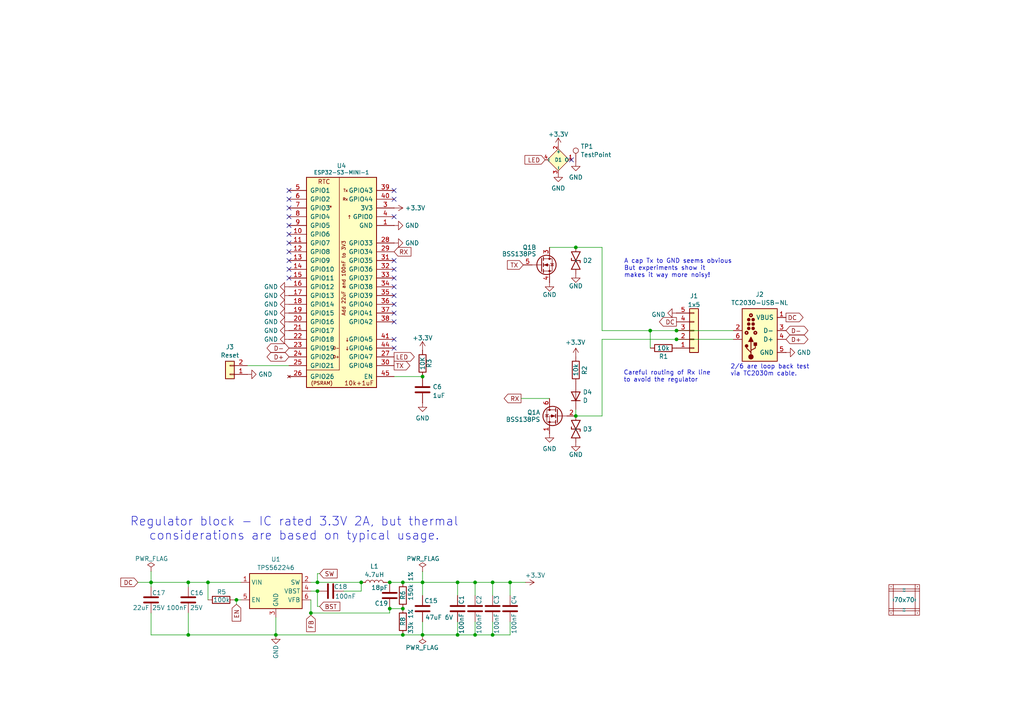
<source format=kicad_sch>
(kicad_sch (version 20250114) (generator "eeschema") (generator_version "9.0")
  (paper "A4")
  (title_block (title "Daikin ESP32-PICO-MINI module") (rev "1") (comment 1 "@TheRealRevK") (comment 2 "www.me.uk"))
  (lib_symbols
    (symbol "Connector:TestPoint" (pin_numbers (hide yes)) (pin_names (offset 0.762) (hide yes))
      (property "Reference" "TP" (at 0 6.858 0))
      (property "Value" "TestPoint" (at 0 5.08 0))
      (symbol "TestPoint_0_1"
        (circle (center 0 3.302) (radius 0.762))
      )
      (symbol "TestPoint_1_1"
        (pin passive line (at 0 0 90) (length 2.54) (name "1") (number "1"))
      )
    )
    (symbol "Connector_Generic:Conn_01x02" (pin_names (offset 1.016) (hide yes))
      (property "Reference" "J" (at 0 2.54 0))
      (property "Value" "Conn_01x02" (at 0 -5.08 0))
      (symbol "Conn_01x02_1_1"
        (rectangle (start -1.27 1.27) (end 1.27 -3.81) (stroke (width 0.254)) (fill (type background)))
        (rectangle (start -1.27 0.127) (end 0 -0.127) (stroke (width 0.1524)))
        (rectangle (start -1.27 -2.413) (end 0 -2.667) (stroke (width 0.1524)))
        (pin passive line (at -5.08 0 0) (length 3.81) (name "Pin_1") (number "1"))
        (pin passive line (at -5.08 -2.54 0) (length 3.81) (name "Pin_2") (number "2"))
      )
    )
    (symbol "Connector_Generic:Conn_01x05" (pin_names (offset 1.016) (hide yes))
      (property "Reference" "J" (at 0 7.62 0))
      (property "Value" "Conn_01x05" (at 0 -7.62 0))
      (symbol "Conn_01x05_1_1"
        (rectangle (start -1.27 6.35) (end 1.27 -6.35) (stroke (width 0.254)) (fill (type background)))
        (rectangle (start -1.27 5.207) (end 0 4.953) (stroke (width 0.1524)))
        (rectangle (start -1.27 2.667) (end 0 2.413) (stroke (width 0.1524)))
        (rectangle (start -1.27 0.127) (end 0 -0.127) (stroke (width 0.1524)))
        (rectangle (start -1.27 -2.413) (end 0 -2.667) (stroke (width 0.1524)))
        (rectangle (start -1.27 -4.953) (end 0 -5.207) (stroke (width 0.1524)))
        (pin passive line (at -5.08 5.08 0) (length 3.81) (name "Pin_1") (number "1"))
        (pin passive line (at -5.08 2.54 0) (length 3.81) (name "Pin_2") (number "2"))
        (pin passive line (at -5.08 0 0) (length 3.81) (name "Pin_3") (number "3"))
        (pin passive line (at -5.08 -2.54 0) (length 3.81) (name "Pin_4") (number "4"))
        (pin passive line (at -5.08 -5.08 0) (length 3.81) (name "Pin_5") (number "5"))
      )
    )
    (symbol "Device:C" (pin_numbers (hide yes)) (pin_names (offset 0.254))
      (property "Reference" "C" (at 0.635 2.54 0))
      (property "Value" "C" (at 0.635 -2.54 0))
      (symbol "C_0_1"
        (polyline (pts (xy -2.032 0.762) (xy 2.032 0.762)) (stroke (width 0.508)))
        (polyline (pts (xy -2.032 -0.762) (xy 2.032 -0.762)) (stroke (width 0.508)))
      )
      (symbol "C_1_1"
        (pin passive line (at 0 3.81 270) (length 2.794) (name "~") (number "1"))
        (pin passive line (at 0 -3.81 90) (length 2.794) (name "~") (number "2"))
      )
    )
    (symbol "Device:D" (pin_numbers (hide yes)) (pin_names (offset 1.016) (hide yes))
      (property "Reference" "D" (at 0 2.54 0))
      (property "Value" "D" (at 0 -2.54 0))
      (symbol "D_0_1"
        (polyline (pts (xy -1.27 1.27) (xy -1.27 -1.27)) (stroke (width 0.254)))
        (polyline (pts (xy 1.27 1.27) (xy 1.27 -1.27) (xy -1.27 0) (xy 1.27 1.27)) (stroke (width 0.254)))
        (polyline (pts (xy 1.27 0) (xy -1.27 0)))
      )
      (symbol "D_1_1"
        (pin passive line (at -3.81 0 0) (length 2.54) (name "K") (number "1"))
        (pin passive line (at 3.81 0 180) (length 2.54) (name "A") (number "2"))
      )
    )
    (symbol "Device:L" (pin_numbers (hide yes)) (pin_names (offset 1.016) (hide yes))
      (property "Reference" "L" (at -1.27 0 90))
      (property "Value" "L" (at 1.905 0 90))
      (symbol "L_0_1"
        (arc (start 0 2.54) (mid 0.6323 1.905) (end 0 1.27))
        (arc (start 0 1.27) (mid 0.6323 0.635) (end 0 0))
        (arc (start 0 0) (mid 0.6323 -0.635) (end 0 -1.27))
        (arc (start 0 -1.27) (mid 0.6323 -1.905) (end 0 -2.54))
      )
      (symbol "L_1_1"
        (pin passive line (at 0 3.81 270) (length 1.27) (name "1") (number "1"))
        (pin passive line (at 0 -3.81 90) (length 1.27) (name "2") (number "2"))
      )
    )
    (symbol "Device:R" (pin_numbers (hide yes)) (pin_names (offset 0))
      (property "Reference" "R" (at 2.032 0 90))
      (property "Value" "R" (at 0 0 90))
      (symbol "R_0_1"
        (rectangle (start -1.016 -2.54) (end 1.016 2.54) (stroke (width 0.254)))
      )
      (symbol "R_1_1"
        (pin passive line (at 0 3.81 270) (length 1.27) (name "~") (number "1"))
        (pin passive line (at 0 -3.81 90) (length 1.27) (name "~") (number "2"))
      )
    )
    (symbol "RevK:BSS138PS" (pin_names (hide yes))
      (property "Reference" "Q" (at 5.08 2.54 0))
      (property "Value" "BSS138PS" (at 5.08 0 0))
      (symbol "BSS138PS_1_1"
        (polyline (pts (xy 0.254 0) (xy -2.54 0)))
        (polyline (pts (xy 0.254 -1.905) (xy 0.254 1.905)) (stroke (width 0.254)))
        (polyline (pts (xy 0.762 1.778) (xy 3.302 1.778) (xy 3.302 -1.778) (xy 0.762 -1.778)))
        (polyline (pts (xy 0.762 1.27) (xy 0.762 2.286)) (stroke (width 0.254)))
        (polyline (pts (xy 0.762 -0.508) (xy 0.762 0.508)) (stroke (width 0.254)))
        (polyline (pts (xy 0.762 -2.286) (xy 0.762 -1.27)) (stroke (width 0.254)))
        (polyline (pts (xy 1.016 0) (xy 2.032 -0.381) (xy 2.032 0.381) (xy 1.016 0)) (fill (type outline)))
        (circle (center 1.651 0) (radius 2.794) (stroke (width 0.254)))
        (polyline (pts (xy 2.54 1.905) (xy 2.54 2.54)))
        (circle (center 2.54 1.778) (radius 0.254) (fill (type outline)))
        (circle (center 2.54 -1.778) (radius 0.254) (fill (type outline)))
        (polyline (pts (xy 2.54 -2.54) (xy 2.54 0) (xy 0.762 0)))
        (polyline (pts (xy 2.794 0.508) (xy 2.921 0.381) (xy 3.683 0.381) (xy 3.81 0.254)))
        (polyline (pts (xy 3.302 0.381) (xy 2.921 -0.254) (xy 3.683 -0.254) (xy 3.302 0.381)))
        (pin input line (at -5.08 0 0) (length 2.54) (name "GN") (number "2"))
        (pin passive line (at 2.54 5.08 270) (length 2.54) (name "DN") (number "6"))
        (pin passive line (at 2.54 -5.08 90) (length 2.54) (name "SN") (number "1"))
      )
      (symbol "BSS138PS_2_1"
        (polyline (pts (xy 0.254 0) (xy -2.54 0)))
        (polyline (pts (xy 0.254 -1.905) (xy 0.254 1.905)) (stroke (width 0.254)))
        (polyline (pts (xy 0.762 1.778) (xy 3.302 1.778) (xy 3.302 -1.778) (xy 0.762 -1.778)))
        (polyline (pts (xy 0.762 1.27) (xy 0.762 2.286)) (stroke (width 0.254)))
        (polyline (pts (xy 0.762 -0.508) (xy 0.762 0.508)) (stroke (width 0.254)))
        (polyline (pts (xy 0.762 -2.286) (xy 0.762 -1.27)) (stroke (width 0.254)))
        (polyline (pts (xy 1.016 0) (xy 2.032 -0.381) (xy 2.032 0.381) (xy 1.016 0)) (fill (type outline)))
        (circle (center 1.651 0) (radius 2.794) (stroke (width 0.254)))
        (polyline (pts (xy 2.54 1.905) (xy 2.54 2.54)))
        (circle (center 2.54 1.778) (radius 0.254) (fill (type outline)))
        (circle (center 2.54 -1.778) (radius 0.254) (fill (type outline)))
        (polyline (pts (xy 2.54 -2.54) (xy 2.54 0) (xy 0.762 0)))
        (polyline (pts (xy 2.794 0.508) (xy 2.921 0.381) (xy 3.683 0.381) (xy 3.81 0.254)))
        (polyline (pts (xy 3.302 0.381) (xy 2.921 -0.254) (xy 3.683 -0.254) (xy 3.302 0.381)))
        (pin input line (at -5.08 0 0) (length 2.54) (name "GP") (number "5"))
        (pin passive line (at 2.54 5.08 270) (length 2.54) (name "SP") (number "3"))
        (pin passive line (at 2.54 -5.08 90) (length 2.54) (name "DP") (number "4"))
      )
    )
    (symbol "RevK:ES05D1MC10" (pin_numbers (hide yes))
      (property "Reference" "D" (at 0 2.54 0))
      (symbol "ES05D1MC10_0_1"
        (polyline (pts (xy -2.54 1.27) (xy -2.54 -1.27) (xy 0 0) (xy -2.54 1.27)) (stroke (width 0.254)))
        (polyline (pts (xy 2.54 -1.27) (xy 2.54 1.27) (xy 0 0) (xy 2.54 -1.27)) (stroke (width 0.254)))
      )
      (symbol "ES05D1MC10_1_1"
        (polyline (pts (xy 0.635 1.27) (xy 0 1.27) (xy 0 -1.27) (xy -0.635 -1.27)) (stroke (width 0.254)))
        (pin passive line (at -3.81 0 0) (length 1.27) (name "~") (number "2"))
        (pin passive line (at 3.81 0 180) (length 1.27) (name "~") (number "1"))
      )
    )
    (symbol "RevK:ESP32-S3-MINI-1-N4R2" (pin_names (offset 1.016))
      (property "Reference" "U" (at 9.525 28.575 0))
      (property "Value" "ESP32-S3-MINI-1-N4R2" (at 0 31.115 0))
      (symbol "ESP32-S3-MINI-1-N4R2_0_0"
        (rectangle (start -10.16 30.48) (end 10.16 -30.48) (stroke (width 0.254)) (fill (type background)))
      )
      (symbol "ESP32-S3-MINI-1-N4R2_1_1"
        (polyline (pts (xy -10.16 -25.4) (xy -0.635 -25.4)))
        (polyline (pts (xy -0.635 30.48) (xy -0.635 -25.4)))
        (text "(PSRAM)" (at -5.715 -29.21 0) (effects (font (size 1 1))))
        (text "RTC" (at -5.08 29.21 0) (effects (font (size 1.27 1.27))))
        (text "*" (at -3.175 21.59 0) (effects (font (size 1.27 1.27))))
        (text "D-" (at -2.54 -19.05 0) (effects (font (size 0.8 0.8)) (justify left)))
        (text "D+" (at -2.54 -21.59 0) (effects (font (size 0.8 0.8)) (justify left)))
        (text "Add 22uF and 100nF to 3V3" (at 0.635 1.27 900) (effects (font (size 1 1))))
        (text "Tx" (at 1.905 26.67 0) (effects (font (size 0.8 0.8)) (justify right)))
        (text "Rx" (at 1.905 24.13 0) (effects (font (size 0.8 0.8)) (justify right)))
        (text "↓" (at 2.54 -16.51 0) (effects (font (size 1.27 1.27)) (justify right)))
        (text "↓" (at 2.54 -19.05 0) (effects (font (size 1.27 1.27)) (justify right)))
        (text "↑" (at 3.175 19.05 0) (effects (font (size 1.27 1.27)) (justify right)))
        (text "10k+1uF" (at 5.08 -29.21 0) (effects (font (size 1.27 1.27))))
        (pin passive line (at -15.24 26.67 0) (length 5.08) (name "GPIO1") (number "5"))
        (pin passive line (at -15.24 24.13 0) (length 5.08) (name "GPIO2") (number "6"))
        (pin passive line (at -15.24 21.59 0) (length 5.08) (name "GPIO3") (number "7"))
        (pin passive line (at -15.24 19.05 0) (length 5.08) (name "GPIO4") (number "8"))
        (pin passive line (at -15.24 16.51 0) (length 5.08) (name "GPIO5") (number "9"))
        (pin passive line (at -15.24 13.97 0) (length 5.08) (name "GPIO6") (number "10"))
        (pin passive line (at -15.24 11.43 0) (length 5.08) (name "GPIO7") (number "11"))
        (pin passive line (at -15.24 8.89 0) (length 5.08) (name "GPIO8") (number "12"))
        (pin passive line (at -15.24 6.35 0) (length 5.08) (name "GPIO9") (number "13"))
        (pin passive line (at -15.24 3.81 0) (length 5.08) (name "GPIO10") (number "14"))
        (pin passive line (at -15.24 1.27 0) (length 5.08) (name "GPIO11") (number "15"))
        (pin passive line (at -15.24 -1.27 0) (length 5.08) (name "GPIO12") (number "16"))
        (pin passive line (at -15.24 -3.81 0) (length 5.08) (name "GPIO13") (number "17"))
        (pin passive line (at -15.24 -6.35 0) (length 5.08) (name "GPIO14") (number "18"))
        (pin passive line (at -15.24 -8.89 0) (length 5.08) (name "GPIO15") (number "19"))
        (pin passive line (at -15.24 -11.43 0) (length 5.08) (name "GPIO16") (number "20"))
        (pin passive line (at -15.24 -13.97 0) (length 5.08) (name "GPIO17") (number "21"))
        (pin passive line (at -15.24 -16.51 0) (length 5.08) (name "GPIO18") (number "22"))
        (pin passive line (at -15.24 -19.05 0) (length 5.08) (name "GPIO19") (number "23"))
        (pin passive line (at -15.24 -21.59 0) (length 5.08) (name "GPIO20") (number "24"))
        (pin passive line (at -15.24 -24.13 0) (length 5.08) (name "GPIO21") (number "25"))
        (pin no_connect line (at -15.24 -27.305 0) (length 5.08) (name "GPIO26") (number "26"))
        (pin passive line (at 15.24 26.67 180) (length 5.08) (name "GPIO43") (number "39"))
        (pin passive line (at 15.24 24.13 180) (length 5.08) (name "GPIO44") (number "40"))
        (pin power_in line (at 15.24 21.59 180) (length 5.08) (name "3V3") (number "3"))
        (pin passive line (at 15.24 19.05 180) (length 5.08) (name "GPIO0") (number "4"))
        (pin power_in line (at 15.24 16.51 180) (length 5.08) (name "GND") (number "1"))
        (pin power_in line (at 15.24 16.51 180) (length 5.08) (hide yes) (name "GND") (number "2"))
        (pin power_in line (at 15.24 16.51 180) (length 5.08) (hide yes) (name "GND") (number "42"))
        (pin power_in line (at 15.24 16.51 180) (length 5.08) (hide yes) (name "GND") (number "43"))
        (pin power_in line (at 15.24 16.51 180) (length 5.08) (hide yes) (name "GND") (number "46"))
        (pin power_in line (at 15.24 16.51 180) (length 5.08) (hide yes) (name "GND") (number "47"))
        (pin power_in line (at 15.24 16.51 180) (length 5.08) (hide yes) (name "GND") (number "48"))
        (pin power_in line (at 15.24 16.51 180) (length 5.08) (hide yes) (name "GND") (number "49"))
        (pin power_in line (at 15.24 16.51 180) (length 5.08) (hide yes) (name "GND") (number "50"))
        (pin power_in line (at 15.24 16.51 180) (length 5.08) (hide yes) (name "GND") (number "51"))
        (pin power_in line (at 15.24 16.51 180) (length 5.08) (hide yes) (name "GND") (number "52"))
        (pin power_in line (at 15.24 16.51 180) (length 5.08) (hide yes) (name "GND") (number "53"))
        (pin power_in line (at 15.24 16.51 180) (length 5.08) (hide yes) (name "GND") (number "54"))
        (pin power_in line (at 15.24 16.51 180) (length 5.08) (hide yes) (name "GND") (number "55"))
        (pin power_in line (at 15.24 16.51 180) (length 5.08) (hide yes) (name "GND") (number "56"))
        (pin power_in line (at 15.24 16.51 180) (length 5.08) (hide yes) (name "GND") (number "57"))
        (pin power_in line (at 15.24 16.51 180) (length 5.08) (hide yes) (name "GND") (number "58"))
        (pin power_in line (at 15.24 16.51 180) (length 5.08) (hide yes) (name "GND") (number "59"))
        (pin power_in line (at 15.24 16.51 180) (length 5.08) (hide yes) (name "GND") (number "60"))
        (pin power_in line (at 15.24 16.51 180) (length 5.08) (hide yes) (name "GND") (number "61"))
        (pin power_in line (at 15.24 16.51 180) (length 5.08) (hide yes) (name "GND") (number "62"))
        (pin power_in line (at 15.24 16.51 180) (length 5.08) (hide yes) (name "GND") (number "63"))
        (pin power_in line (at 15.24 16.51 180) (length 5.08) (hide yes) (name "GND") (number "64"))
        (pin power_in line (at 15.24 16.51 180) (length 5.08) (hide yes) (name "GND") (number "65"))
        (pin passive line (at 15.24 11.43 180) (length 5.08) (name "GPIO33") (number "28"))
        (pin passive line (at 15.24 8.89 180) (length 5.08) (name "GPIO34") (number "29"))
        (pin passive line (at 15.24 6.35 180) (length 5.08) (name "GPIO35") (number "31"))
        (pin passive line (at 15.24 3.81 180) (length 5.08) (name "GPIO36") (number "32"))
        (pin passive line (at 15.24 1.27 180) (length 5.08) (name "GPIO37") (number "33"))
        (pin passive line (at 15.24 -1.27 180) (length 5.08) (name "GPIO38") (number "34"))
        (pin passive line (at 15.24 -3.81 180) (length 5.08) (name "GPIO39") (number "35"))
        (pin passive line (at 15.24 -6.35 180) (length 5.08) (name "GPIO40") (number "36"))
        (pin passive line (at 15.24 -8.89 180) (length 5.08) (name "GPIO41") (number "37"))
        (pin passive line (at 15.24 -11.43 180) (length 5.08) (name "GPIO42") (number "38"))
        (pin passive line (at 15.24 -16.51 180) (length 5.08) (name "GPIO45") (number "41"))
        (pin passive line (at 15.24 -19.05 180) (length 5.08) (name "GPIO46") (number "44"))
        (pin passive line (at 15.24 -21.59 180) (length 5.08) (name "GPIO47") (number "27"))
        (pin passive line (at 15.24 -24.13 180) (length 5.08) (name "GPIO48") (number "30"))
        (pin input line (at 15.24 -27.305 180) (length 5.08) (name "EN") (number "45"))
      )
    )
    (symbol "RevK:PCB" (in_bom no)
      (property "Value" "XxY" (at 0 0 0))
      (symbol "PCB_0_1"
        (rectangle (start -4.445 4.445) (end 4.445 -4.445))
        (circle (center -3.81 3.81) (radius 0.0001))
        (circle (center -3.81 -3.81) (radius 0.0001))
        (circle (center 3.81 3.81) (radius 0.0001))
        (circle (center 3.81 -3.81) (radius 0.0001))
      )
    )
    (symbol "RevK:TC2030-USB-NL-LB" (pin_names (offset 1.016)) (in_bom no)
      (property "Reference" "J" (at 0 10.922 0))
      (property "Value" "TC2030-USB-NL-LB" (at 0 8.89 0))
      (symbol "TC2030-USB-NL-LB_0_1"
        (rectangle (start -5.08 7.62) (end 5.08 -7.62) (stroke (width 0.254)) (fill (type background)))
        (circle (center -3.81 -3.175) (radius 0.381) (stroke (width 0.254)) (fill (type outline)))
        (circle (center -3.175 4.445) (radius 0.381) (stroke (width 0.254)) (fill (type outline)))
        (circle (center -3.175 3.175) (radius 0.381) (stroke (width 0.254)) (fill (type outline)))
        (circle (center -3.175 1.905) (radius 0.381) (stroke (width 0.254)) (fill (type outline)))
        (polyline (pts (xy -3.175 -1.905) (xy -1.905 -1.905) (xy -2.54 -0.635) (xy -3.175 -1.905)) (stroke (width 0.254)) (fill (type outline)))
        (polyline (pts (xy -2.54 -5.08) (xy -2.54 -4.445) (xy -1.27 -3.81) (xy -1.27 -2.54)) (stroke (width 0.254)))
        (polyline (pts (xy -2.54 -5.715) (xy -2.54 -5.08) (xy -3.81 -3.81) (xy -3.81 -3.175)) (stroke (width 0.254)))
        (circle (center -2.54 -6.35) (radius 0.635) (stroke (width 0.254)) (fill (type outline)))
        (circle (center -1.905 4.445) (radius 0.381) (stroke (width 0.254)) (fill (type outline)))
        (circle (center -1.905 3.175) (radius 0.381) (stroke (width 0.254)) (fill (type outline)))
        (circle (center -1.905 1.905) (radius 0.381) (stroke (width 0.254)) (fill (type outline)))
        (rectangle (start -1.651 -2.286) (end -0.889 -3.048) (stroke (width 0.254)) (fill (type outline)))
      )
      (symbol "TC2030-USB-NL-LB_1_1"
        (circle (center -3.81 0.635) (radius 0.381) (stroke (width 0.4)))
        (circle (center -2.54 5.715) (radius 0.381) (stroke (width 0.4)))
        (polyline (pts (xy -2.54 -4.445) (xy -2.54 -1.905)) (stroke (width 0.254)))
        (circle (center -1.27 0.635) (radius 0.381) (stroke (width 0.4)))
        (pin passive line (at -7.62 1.27 0) (length 2.54) (name "") (number "2"))
        (pin passive line (at -7.62 -1.27 0) (length 2.54) (name "") (number "6"))
        (pin passive line (at 7.62 5.08 180) (length 2.54) (name "VBUS") (number "1"))
        (pin bidirectional line (at 7.62 1.27 180) (length 2.54) (name "D-") (number "3"))
        (pin bidirectional line (at 7.62 -1.27 180) (length 2.54) (name "D+") (number "4"))
        (pin passive line (at 7.62 -5.08 180) (length 2.54) (name "GND") (number "5"))
      )
    )
    (symbol "RevK:TPS562246"
      (property "Reference" "U" (at -7.62 6.35 0))
      (property "Value" "TPS562246" (at -2.54 6.35 0))
      (symbol "TPS562246_0_1"
        (rectangle (start -7.62 5.08) (end 7.62 -5.08) (stroke (width 0.254)) (fill (type background)))
      )
      (symbol "TPS562246_1_1"
        (pin power_in line (at -10.16 2.54 0) (length 2.54) (name "VIN") (number "1"))
        (pin input line (at -10.16 -2.54 0) (length 2.54) (name "EN") (number "5"))
        (pin power_in line (at 0 -7.62 90) (length 2.54) (name "GND") (number "3"))
        (pin output line (at 10.16 2.54 180) (length 2.54) (name "SW") (number "2"))
        (pin passive line (at 10.16 0 180) (length 2.54) (name "VBST") (number "4"))
        (pin input line (at 10.16 -2.54 180) (length 2.54) (name "VFB") (number "6"))
      )
    )
    (symbol "RevK:VCUT" (in_bom no)
      (symbol "VCUT_0_1"
        (polyline (pts (xy -4.445 0) (xy 4.445 0)))
      )
    )
    (symbol "RevK:WS2812B-1mm" (pin_names (offset 0.254))
      (property "Reference" "D" (at 0 0 0))
      (symbol "WS2812B-1mm_1_1"
        (polyline (pts (xy 0 3.175) (xy 3.175 0) (xy 0 -3.175) (xy -3.175 0) (xy 0 3.175)) (fill (type background)))
        (pin input line (at -3.81 0 0) (length 0.5) (name "I") (number "4"))
        (pin power_in line (at 0 3.81 270) (length 0.5) (name "-") (number "3"))
        (pin power_in line (at 0 -3.81 90) (length 0.5) (name "+") (number "2"))
        (pin output line (at 3.81 0 180) (length 0.5) (name "O") (number "1"))
      )
    )
    (symbol "power:+3.3V" (power) (pin_numbers (hide yes)) (pin_names (offset 0) (hide yes))
      (property "Value" "+3.3V" (at 0 3.556 0))
      (symbol "+3.3V_0_1"
        (polyline (pts (xy -0.762 1.27) (xy 0 2.54)))
        (polyline (pts (xy 0 2.54) (xy 0.762 1.27)))
        (polyline (pts (xy 0 0) (xy 0 2.54)))
      )
      (symbol "+3.3V_1_1"
        (pin power_in line (at 0 0 90) (length 0) (name "~") (number "1"))
      )
    )
    (symbol "power:GND" (power) (pin_numbers (hide yes)) (pin_names (offset 0) (hide yes))
      (property "Value" "GND" (at 0 -3.81 0))
      (symbol "GND_0_1"
        (polyline (pts (xy 0 0) (xy 0 -1.27) (xy 1.27 -1.27) (xy 0 -2.54) (xy -1.27 -1.27) (xy 0 -1.27)))
      )
      (symbol "GND_1_1"
        (pin power_in line (at 0 0 270) (length 0) (name "~") (number "1"))
      )
    )
    (symbol "power:PWR_FLAG" (power) (pin_numbers (hide yes)) (pin_names (offset 0) (hide yes))
      (property "Value" "PWR_FLAG" (at 0 3.81 0))
      (symbol "PWR_FLAG_0_0"
        (pin power_out line (at 0 0 90) (length 0) (name "~") (number "1"))
      )
      (symbol "PWR_FLAG_0_1"
        (polyline (pts (xy 0 0) (xy 0 1.27) (xy -1.016 1.905) (xy 0 2.54) (xy 1.016 1.905) (xy 0 1.27)))
      )
    )
  )
  (text "Careful routing of Rx line\nto avoid the regulator" (at 180.848 110.998 0) (effects (font (size 1.27 1.27)) (justify left bottom)))
  (text "2/6 are loop back test\nvia TC2030m cable." (at 211.836 109.22 0) (effects (font (size 1.27 1.27)) (justify left bottom)))
  (text "A cap Tx to GND seems obvious\nBut experiments show it\nmakes it way more noisy!" (at 180.975 80.645 0) (effects (font (size 1.27 1.27)) (justify left bottom)))
  (text "Regulator block - IC rated 3.3V 2A, but thermal\nconsiderations are based on typical usage." (at 85.344 153.416 0) (effects (font (size 2.54 2.54))))
  (junction (at 142.875 184.15))
  (junction (at 113.03 176.53))
  (junction (at 113.03 168.91))
  (junction (at 60.325 168.91))
  (junction (at 122.555 109.22))
  (junction (at 142.875 168.91))
  (junction (at 80.01 184.15))
  (junction (at 188.595 95.885))
  (junction (at 137.795 168.91))
  (junction (at 104.775 168.91))
  (junction (at 167.005 71.755))
  (junction (at 132.715 168.91))
  (junction (at 90.17 177.8))
  (junction (at 137.795 184.15))
  (junction (at 92.075 171.45))
  (junction (at 68.58 173.99))
  (junction (at 196.215 95.885))
  (junction (at 43.815 168.91))
  (junction (at 147.955 168.91))
  (junction (at 167.005 120.65))
  (junction (at 196.215 98.425))
  (junction (at 116.84 176.53))
  (junction (at 116.84 184.15))
  (junction (at 122.555 184.15))
  (junction (at 122.555 168.91))
  (junction (at 132.715 184.15))
  (junction (at 116.84 168.91))
  (junction (at 92.075 168.91))
  (junction (at 54.61 184.15))
  (junction (at 54.61 168.91))
  (no_connect (at 114.3 85.725))
  (no_connect (at 114.3 62.865))
  (no_connect (at 83.82 62.865))
  (no_connect (at 165.735 46.355))
  (no_connect (at 83.82 70.485))
  (no_connect (at 114.3 78.105))
  (no_connect (at 83.82 67.945))
  (no_connect (at 114.3 98.425))
  (no_connect (at 83.82 65.405))
  (no_connect (at 83.82 57.785))
  (no_connect (at 114.3 55.245))
  (no_connect (at 114.3 75.565))
  (no_connect (at 83.82 60.325))
  (no_connect (at 83.82 78.105))
  (no_connect (at 83.82 55.245))
  (no_connect (at 83.82 73.025))
  (no_connect (at 114.3 93.345))
  (no_connect (at 114.3 57.785))
  (no_connect (at 114.3 83.185))
  (no_connect (at 83.82 75.565))
  (no_connect (at 114.3 90.805))
  (no_connect (at 114.3 100.965))
  (no_connect (at 114.3 88.265))
  (no_connect (at 114.3 80.645))
  (no_connect (at 83.82 80.645))
  (wire (pts (xy 104.775 168.91) (xy 104.775 171.45)))
  (wire (pts (xy 90.17 177.8) (xy 113.03 177.8)))
  (wire (pts (xy 142.875 184.15) (xy 137.795 184.15)))
  (wire (pts (xy 54.61 177.8) (xy 54.61 184.15)))
  (wire (pts (xy 68.58 175.26) (xy 68.58 173.99)))
  (wire (pts (xy 92.075 168.91) (xy 104.775 168.91)))
  (wire (pts (xy 174.625 98.425) (xy 174.625 120.65)))
  (wire (pts (xy 174.625 95.885) (xy 188.595 95.885)))
  (wire (pts (xy 196.215 98.425) (xy 212.725 98.425)))
  (wire (pts (xy 122.555 168.91) (xy 132.715 168.91)))
  (wire (pts (xy 167.005 118.745) (xy 167.005 120.65)))
  (wire (pts (xy 113.03 176.53) (xy 116.84 176.53)))
  (wire (pts (xy 132.715 168.91) (xy 132.715 172.72)))
  (wire (pts (xy 43.815 165.735) (xy 43.815 168.91)))
  (wire (pts (xy 113.03 168.91) (xy 116.84 168.91)))
  (wire (pts (xy 116.84 184.15) (xy 122.555 184.15)))
  (wire (pts (xy 122.555 168.91) (xy 122.555 172.72)))
  (wire (pts (xy 137.795 168.91) (xy 137.795 172.72)))
  (wire (pts (xy 92.075 171.45) (xy 92.075 175.895)))
  (wire (pts (xy 90.17 177.8) (xy 90.17 178.435)))
  (wire (pts (xy 132.715 168.91) (xy 137.795 168.91)))
  (wire (pts (xy 90.17 171.45) (xy 92.075 171.45)))
  (wire (pts (xy 92.71 166.37) (xy 92.075 166.37)))
  (wire (pts (xy 147.955 180.34) (xy 147.955 184.15)))
  (wire (pts (xy 137.795 184.15) (xy 132.715 184.15)))
  (wire (pts (xy 54.61 168.91) (xy 60.325 168.91)))
  (wire (pts (xy 147.955 184.15) (xy 142.875 184.15)))
  (wire (pts (xy 147.955 168.91) (xy 152.4 168.91)))
  (wire (pts (xy 54.61 168.91) (xy 54.61 170.18)))
  (wire (pts (xy 167.005 120.65) (xy 174.625 120.65)))
  (wire (pts (xy 92.075 175.895) (xy 92.71 175.895)))
  (wire (pts (xy 137.795 168.91) (xy 142.875 168.91)))
  (wire (pts (xy 90.17 168.91) (xy 92.075 168.91)))
  (wire (pts (xy 90.17 173.99) (xy 90.17 177.8)))
  (wire (pts (xy 104.775 171.45) (xy 99.695 171.45)))
  (wire (pts (xy 116.84 168.91) (xy 122.555 168.91)))
  (wire (pts (xy 114.3 109.22) (xy 122.555 109.22)))
  (wire (pts (xy 68.58 173.99) (xy 69.85 173.99)))
  (wire (pts (xy 142.875 168.91) (xy 142.875 172.72)))
  (wire (pts (xy 43.815 184.15) (xy 43.815 177.8)))
  (wire (pts (xy 122.555 184.15) (xy 122.555 180.34)))
  (wire (pts (xy 137.795 180.34) (xy 137.795 184.15)))
  (wire (pts (xy 113.03 177.8) (xy 113.03 176.53)))
  (wire (pts (xy 147.955 168.91) (xy 147.955 172.72)))
  (wire (pts (xy 60.325 168.91) (xy 69.85 168.91)))
  (wire (pts (xy 188.595 95.885) (xy 196.215 95.885)))
  (wire (pts (xy 60.325 168.91) (xy 60.325 173.99)))
  (wire (pts (xy 80.01 184.15) (xy 80.01 179.07)))
  (wire (pts (xy 196.215 95.885) (xy 212.725 95.885)))
  (wire (pts (xy 167.005 71.755) (xy 174.625 71.755)))
  (wire (pts (xy 174.625 98.425) (xy 196.215 98.425)))
  (wire (pts (xy 54.61 184.15) (xy 43.815 184.15)))
  (wire (pts (xy 43.815 168.91) (xy 43.815 170.18)))
  (wire (pts (xy 80.01 184.15) (xy 116.84 184.15)))
  (wire (pts (xy 71.755 106.045) (xy 83.82 106.045)))
  (wire (pts (xy 142.875 168.91) (xy 147.955 168.91)))
  (wire (pts (xy 122.555 165.735) (xy 122.555 168.91)))
  (wire (pts (xy 112.395 168.91) (xy 113.03 168.91)))
  (wire (pts (xy 40.005 168.91) (xy 43.815 168.91)))
  (wire (pts (xy 67.945 173.99) (xy 68.58 173.99)))
  (wire (pts (xy 159.385 71.755) (xy 167.005 71.755)))
  (wire (pts (xy 132.715 180.34) (xy 132.715 184.15)))
  (wire (pts (xy 142.875 180.34) (xy 142.875 184.15)))
  (wire (pts (xy 92.075 166.37) (xy 92.075 168.91)))
  (wire (pts (xy 80.01 184.15) (xy 54.61 184.15)))
  (wire (pts (xy 174.625 71.755) (xy 174.625 95.885)))
  (wire (pts (xy 43.815 168.91) (xy 54.61 168.91)))
  (wire (pts (xy 188.595 100.965) (xy 188.595 95.885)))
  (wire (pts (xy 132.715 184.15) (xy 122.555 184.15)))
  (wire (pts (xy 151.13 115.57) (xy 159.385 115.57)))
  (global_label "DC" (shape input) (at 40.005 168.91 180) (property "Intersheetrefs" "${INTERSHEET_REFS}" (effects (hide yes))))
  (global_label "D-" (shape bidirectional) (at 227.965 95.885 0) (property "Intersheetrefs" "${INTERSHEET_REFS}" (effects (hide yes))))
  (global_label "D-" (shape bidirectional) (at 83.82 100.965 180) (property "Intersheetrefs" "${INTERSHEET_REFS}" (effects (hide yes))))
  (global_label "D+" (shape bidirectional) (at 227.965 98.425 0) (property "Intersheetrefs" "${INTERSHEET_REFS}" (effects (hide yes))))
  (global_label "LED" (shape input) (at 158.115 46.355 180) (property "Intersheetrefs" "${INTERSHEET_REFS}" (effects (hide yes))))
  (global_label "EN" (shape input) (at 68.58 175.26 270) (property "Intersheetrefs" "${INTERSHEET_REFS}" (effects (hide yes))))
  (global_label "FB" (shape input) (at 90.17 178.435 270) (property "Intersheetrefs" "${INTERSHEET_REFS}" (effects (hide yes))))
  (global_label "D+" (shape bidirectional) (at 83.82 103.505 180) (property "Intersheetrefs" "${INTERSHEET_REFS}" (effects (hide yes))))
  (global_label "DC" (shape output) (at 227.965 92.075 0) (property "Intersheetrefs" "${INTERSHEET_REFS}" (effects (hide yes))))
  (global_label "SW" (shape input) (at 92.71 166.37 0) (property "Intersheetrefs" "${INTERSHEET_REFS}" (effects (hide yes))))
  (global_label "TX" (shape input) (at 151.765 76.835 180) (property "Intersheetrefs" "${INTERSHEET_REFS}" (effects (hide yes))))
  (global_label "BST" (shape input) (at 92.71 175.895 0) (property "Intersheetrefs" "${INTERSHEET_REFS}" (effects (hide yes))))
  (global_label "TX" (shape output) (at 114.3 106.045 0) (property "Intersheetrefs" "${INTERSHEET_REFS}" (effects (hide yes))))
  (global_label "DC" (shape output) (at 196.215 93.345 180) (property "Intersheetrefs" "${INTERSHEET_REFS}" (effects (hide yes))))
  (global_label "RX" (shape input) (at 114.3 73.025 0) (property "Intersheetrefs" "${INTERSHEET_REFS}" (effects (hide yes))))
  (global_label "RX" (shape output) (at 151.13 115.57 180) (property "Intersheetrefs" "${INTERSHEET_REFS}" (effects (hide yes))))
  (global_label "LED" (shape output) (at 114.3 103.505 0) (property "Intersheetrefs" "${INTERSHEET_REFS}" (effects (hide yes))))
  (symbol (lib_id "power:+3.3V") (at 122.555 101.6 0) (unit 1)
    (property "Reference" "#PWR014" (effects (hide yes)))
    (property "Value" "+3.3V" (at 122.555 98.0242 0))
    (property "Description" "Power symbol creates a global label with name \"+3.3V\"" (effects (hide yes)))
  )
  (symbol (lib_id "RevK:ES05D1MC10") (at 167.005 124.46 270) (unit 1)
    (property "Reference" "D3" (at 169.037 124.46 90) (effects (justify left)))
    (property "Value" "~" (at 167.005 124.46 0))
    (property "Footprint" "RevK:DFN1006-2L" (effects (hide yes)))
    (property "MPN" "C5137770" (effects (hide yes)))
    (property "MPN" "C5137770" (effects (hide yes)))
  )
  (symbol (lib_id "RevK:VCUT") (at 262.255 170.815 0) (unit 1) (exclude_from_sim yes) (in_bom no)
    (property "Reference" "V3" (effects (hide yes)))
    (property "Value" "~" (at 262.255 170.815 0))
    (property "Footprint" "RevK:VCUT70N" (effects (hide yes)))
  )
  (symbol (lib_id "power:GND") (at 161.925 50.165 0) (unit 1)
    (property "Reference" "#PWR023" (effects (hide yes)))
    (property "Value" "GND" (at 161.925 54.6084 0))
    (property "Description" "Power symbol creates a global label with name \"GND\" , ground" (effects (hide yes)))
  )
  (symbol (lib_id "power:GND") (at 83.82 90.805 270) (unit 1)
    (property "Reference" "#PWR01" (effects (hide yes)))
    (property "Value" "GND" (at 80.6451 90.805 90) (effects (justify right)))
    (property "Description" "Power symbol creates a global label with name \"GND\" , ground" (effects (hide yes)))
  )
  (symbol (lib_id "power:GND") (at 83.82 88.265 270) (unit 1)
    (property "Reference" "#PWR019" (effects (hide yes)))
    (property "Value" "GND" (at 80.6451 88.265 90) (effects (justify right)))
    (property "Description" "Power symbol creates a global label with name \"GND\" , ground" (effects (hide yes)))
  )
  (symbol (lib_id "Device:R") (at 116.84 172.72 0) (unit 1)
    (property "Reference" "R6" (at 116.84 173.99 90) (effects (justify left)))
    (property "Value" "150k 1%" (at 119.126 174.244 90) (effects (justify left)))
    (property "Footprint" "RevK:R_0201" (effects (hide yes)))
    (property "Description" "Resistor" (effects (hide yes)))
    (property "MPN" "C310173" (effects (hide yes)))
  )
  (symbol (lib_id "Device:C") (at 142.875 176.53 180) (unit 1)
    (property "Reference" "C3" (at 144.018 173.99 90))
    (property "Value" "100nF" (at 144.018 180.848 90))
    (property "Footprint" "RevK:C_0201" (effects (hide yes)))
    (property "Description" "Unpolarized capacitor" (effects (hide yes)))
    (property "MPN" "C76934" (effects (hide yes)))
  )
  (symbol (lib_id "power:GND") (at 196.215 90.805 270) (unit 1)
    (property "Reference" "#PWR09" (effects (hide yes)))
    (property "Value" "GND" (at 193.0401 91.2388 90) (effects (justify right)))
    (property "Description" "Power symbol creates a global label with name \"GND\" , ground" (effects (hide yes)))
  )
  (symbol (lib_id "power:GND") (at 83.82 83.185 270) (unit 1)
    (property "Reference" "#PWR021" (effects (hide yes)))
    (property "Value" "GND" (at 80.6451 83.185 90) (effects (justify right)))
    (property "Description" "Power symbol creates a global label with name \"GND\" , ground" (effects (hide yes)))
  )
  (symbol (lib_id "Connector:TestPoint") (at 167.005 46.99 0) (unit 1) (in_bom no)
    (property "Reference" "TP1" (at 168.402 42.4758 0) (effects (justify left)))
    (property "Value" "TestPoint" (at 168.402 44.9001 0) (effects (justify left)))
    (property "Footprint" "RevK:1x2-Hole" (effects (hide yes)))
    (property "Description" "test point" (effects (hide yes)))
  )
  (symbol (lib_id "RevK:BSS138PS") (at 156.845 76.835 0) (unit 2)
    (property "Reference" "Q1" (at 155.575 71.755 0) (effects (justify right)))
    (property "Value" "BSS138PS" (at 155.575 73.66 0) (effects (justify right)))
    (property "Footprint" "RevK:SOT-363_SC-70-6" (effects (hide yes)))
    (property "Datasheet" "https://datasheet.lcsc.com/lcsc/1810011113_Nexperia-BSS138PS-115_C193381.pdf" (effects (hide yes)))
    (property "Description" "60 V, 320 mA dual N-channel Trench MOSFET" (effects (hide yes)))
    (property "MPN" "C193381" (effects (hide yes)))
  )
  (symbol (lib_id "Device:C") (at 54.61 173.99 0) (unit 1)
    (property "Reference" "C16" (at 55.118 171.958 0) (effects (justify left)))
    (property "Value" "100nF 25V" (at 48.26 176.276 0) (effects (justify left)))
    (property "Footprint" "RevK:C_0402" (effects (hide yes)))
    (property "Description" "Unpolarized capacitor" (effects (hide yes)))
    (property "MPN" "C56392" (effects (hide yes)))
  )
  (symbol (lib_id "power:GND") (at 167.005 46.99 0) (unit 1)
    (property "Reference" "#PWR027" (effects (hide yes)))
    (property "Value" "GND" (at 167.005 51.4334 0))
    (property "Description" "Power symbol creates a global label with name \"GND\" , ground" (effects (hide yes)))
  )
  (symbol (lib_id "Device:R") (at 116.84 180.34 0) (unit 1)
    (property "Reference" "R8" (at 116.84 181.61 90) (effects (justify left)))
    (property "Value" "33k 1%" (at 119.126 183.896 90) (effects (justify left)))
    (property "Footprint" "RevK:R_0201" (effects (hide yes)))
    (property "Description" "Resistor" (effects (hide yes)))
    (property "MPN" "C320835" (effects (hide yes)))
  )
  (symbol (lib_id "power:PWR_FLAG") (at 43.815 165.735 0) (unit 1)
    (property "Reference" "#FLG01" (effects (hide yes)))
    (property "Value" "PWR_FLAG" (at 43.942 162.052 0))
    (property "Description" "Special symbol for telling ERC where power comes from" (effects (hide yes)))
  )
  (symbol (lib_id "power:GND") (at 122.555 116.84 0) (unit 1)
    (property "Reference" "#PWR015" (effects (hide yes)))
    (property "Value" "GND" (at 122.555 121.2834 0))
    (property "Description" "Power symbol creates a global label with name \"GND\" , ground" (effects (hide yes)))
  )
  (symbol (lib_id "Device:L") (at 108.585 168.91 90) (unit 1)
    (property "Reference" "L1" (at 108.585 164.2602 90))
    (property "Value" "4.7uH" (at 108.585 166.6845 90))
    (property "Footprint" "RevK:L_5x5" (effects (hide yes)))
    (property "Description" "Inductor" (effects (hide yes)))
    (property "MPN" "C307876" (effects (hide yes)))
  )
  (symbol (lib_id "RevK:TPS562246") (at 80.01 171.45 0) (unit 1)
    (property "Reference" "U1" (at 80.01 162.2255 0))
    (property "Value" "TPS562246" (at 80.01 164.6498 0))
    (property "Footprint" "RevK:SOT-563" (effects (hide yes)))
    (property "Datasheet" "https://www.ti.com/lit/ds/symlink/tps562246.pdf" (effects (hide yes)))
    (property "Description" "2A Synchronous Step-Down Voltage Regulator 580kHz, adjustable output voltage, 4.5-17V Input Voltage, 0.804V-7V Output Voltage, SOT-563" (effects (hide yes)))
    (property "MPN" "C41833479" (effects (hide yes)))
    (property "Rotation Offset" "-90" (effects (hide yes)))
  )
  (symbol (lib_id "power:+3.3V") (at 114.3 60.325 270) (unit 1)
    (property "Reference" "#PWR012" (effects (hide yes)))
    (property "Value" "+3.3V" (at 117.475 60.325 90) (effects (justify left)))
    (property "Description" "Power symbol creates a global label with name \"+3.3V\"" (effects (hide yes)))
  )
  (symbol (lib_id "Device:R") (at 64.135 173.99 90) (unit 1)
    (property "Reference" "R5" (at 64.262 171.704 90))
    (property "Value" "100k" (at 64.262 173.99 90))
    (property "Footprint" "RevK:R_0201" (effects (hide yes)))
    (property "Description" "Resistor" (effects (hide yes)))
    (property "MPN" "C106224" (effects (hide yes)))
  )
  (symbol (lib_id "RevK:VCUT") (at 259.08 173.99 90) (unit 1) (exclude_from_sim yes) (in_bom no)
    (property "Reference" "V5" (effects (hide yes)))
    (property "Value" "~" (at 259.08 173.99 0))
    (property "Footprint" "RevK:VCUT70N" (effects (hide yes)))
  )
  (symbol (lib_id "RevK:TC2030-USB-NL-LB") (at 220.345 97.155 0) (unit 1) (in_bom no)
    (property "Reference" "J2" (at 220.345 85.3905 0))
    (property "Value" "TC2030-USB-NL" (at 220.345 87.8148 0))
    (property "Footprint" "RevK:Tag-Connect_TC2030-IDC-NL_2x03_P1.27mm_Vertical" (effects (hide yes)))
    (property "Description" "TC2030-USB-NL" (effects (hide yes)))
  )
  (symbol (lib_id "power:GND") (at 114.3 65.405 90) (unit 1)
    (property "Reference" "#PWR013" (effects (hide yes)))
    (property "Value" "GND" (at 117.475 65.405 90) (effects (justify right)))
    (property "Description" "Power symbol creates a global label with name \"GND\" , ground" (effects (hide yes)))
  )
  (symbol (lib_id "Device:C") (at 137.795 176.53 180) (unit 1)
    (property "Reference" "C2" (at 138.938 173.99 90))
    (property "Value" "100nF" (at 138.938 180.848 90))
    (property "Footprint" "RevK:C_0201" (effects (hide yes)))
    (property "Description" "Unpolarized capacitor" (effects (hide yes)))
    (property "MPN" "C76934" (effects (hide yes)))
  )
  (symbol (lib_id "RevK:VCUT") (at 262.255 177.165 0) (unit 1) (exclude_from_sim yes) (in_bom no)
    (property "Reference" "V4" (effects (hide yes)))
    (property "Value" "~" (at 262.255 177.165 0))
    (property "Footprint" "RevK:VCUT70N" (effects (hide yes)))
  )
  (symbol (lib_id "RevK:PCB") (at 262.255 173.99 0) (unit 1) (in_bom no)
    (property "Reference" "PCB1" (effects (hide yes)))
    (property "Value" "70x70" (at 262.255 173.99 0))
    (property "Footprint" "RevK:PCB7070" (effects (hide yes)))
  )
  (symbol (lib_id "power:GND") (at 83.82 95.885 270) (unit 1)
    (property "Reference" "#PWR010" (effects (hide yes)))
    (property "Value" "GND" (at 80.6451 95.885 90) (effects (justify right)))
    (property "Description" "Power symbol creates a global label with name \"GND\" , ground" (effects (hide yes)))
  )
  (symbol (lib_id "power:GND") (at 83.82 93.345 270) (unit 1)
    (property "Reference" "#PWR07" (effects (hide yes)))
    (property "Value" "GND" (at 80.6451 93.345 90) (effects (justify right)))
    (property "Description" "Power symbol creates a global label with name \"GND\" , ground" (effects (hide yes)))
  )
  (symbol (lib_id "power:GND") (at 83.82 98.425 270) (unit 1)
    (property "Reference" "#PWR026" (effects (hide yes)))
    (property "Value" "GND" (at 80.6451 98.425 90) (effects (justify right)))
    (property "Description" "Power symbol creates a global label with name \"GND\" , ground" (effects (hide yes)))
  )
  (symbol (lib_id "RevK:VCUT") (at 262.255 176.53 0) (unit 1) (exclude_from_sim yes) (in_bom no)
    (property "Reference" "V2" (effects (hide yes)))
    (property "Value" "~" (at 262.255 176.53 0))
    (property "Footprint" "RevK:VCUT70N" (effects (hide yes)))
  )
  (symbol (lib_id "RevK:ES05D1MC10") (at 167.005 75.565 270) (unit 1)
    (property "Reference" "D2" (at 169.037 75.565 90) (effects (justify left)))
    (property "Value" "~" (at 167.005 75.565 0))
    (property "Footprint" "RevK:DFN1006-2L" (effects (hide yes)))
    (property "MPN" "C5137770" (effects (hide yes)))
    (property "MPN" "C5137770" (effects (hide yes)))
  )
  (symbol (lib_id "RevK:BSS138PS") (at 161.925 120.65 0) (mirror y) (unit 1)
    (property "Reference" "Q1" (at 156.718 119.626 0) (effects (justify left)))
    (property "Value" "BSS138PS" (at 156.718 121.674 0) (effects (justify left)))
    (property "Footprint" "RevK:SOT-363_SC-70-6" (effects (hide yes)))
    (property "Datasheet" "https://datasheet.lcsc.com/lcsc/1810011113_Nexperia-BSS138PS-115_C193381.pdf" (effects (hide yes)))
    (property "Description" "60 V, 320 mA dual N-channel Trench MOSFET" (effects (hide yes)))
    (property "MPN" "C193381" (effects (hide yes)))
  )
  (symbol (lib_id "power:+3.3V") (at 152.4 168.91 270) (unit 1)
    (property "Reference" "#PWR029" (effects (hide yes)))
    (property "Value" "+3.3V" (at 152.273 166.878 90) (effects (justify left)))
    (property "Description" "Power symbol creates a global label with name \"+3.3V\"" (effects (hide yes)))
  )
  (symbol (lib_id "power:PWR_FLAG") (at 122.555 165.735 0) (unit 1)
    (property "Reference" "#FLG02" (effects (hide yes)))
    (property "Value" "PWR_FLAG" (at 122.682 162.052 0))
    (property "Description" "Special symbol for telling ERC where power comes from" (effects (hide yes)))
  )
  (symbol (lib_id "Connector_Generic:Conn_01x02") (at 66.675 108.585 180) (unit 1) (in_bom no)
    (property "Reference" "J3" (at 66.675 100.6305 0))
    (property "Value" "Reset" (at 66.675 103.0548 0))
    (property "Footprint" "RevK:AA-Pad" (effects (hide yes)))
    (property "Description" "Generic connector, single row, 01x02, script generated (kicad-library-utils/schlib/autogen/connector/)" (effects (hide yes)))
  )
  (symbol (lib_id "RevK:VCUT") (at 265.43 173.99 90) (unit 1) (exclude_from_sim yes) (in_bom no)
    (property "Reference" "V6" (effects (hide yes)))
    (property "Value" "~" (at 265.43 173.99 0))
    (property "Footprint" "RevK:VCUT70N" (effects (hide yes)))
  )
  (symbol (lib_id "RevK:VCUT") (at 262.255 171.45 0) (unit 1) (exclude_from_sim yes) (in_bom no)
    (property "Reference" "V1" (effects (hide yes)))
    (property "Value" "~" (at 262.255 171.45 0))
    (property "Footprint" "RevK:VCUT70N" (effects (hide yes)))
  )
  (symbol (lib_id "power:GND") (at 114.3 70.485 90) (unit 1)
    (property "Reference" "#PWR025" (effects (hide yes)))
    (property "Value" "GND" (at 117.475 70.485 90) (effects (justify right)))
    (property "Description" "Power symbol creates a global label with name \"GND\" , ground" (effects (hide yes)))
  )
  (symbol (lib_id "Device:D") (at 167.005 114.935 90) (unit 1)
    (property "Reference" "D4" (at 169.037 113.7228 90) (effects (justify right)))
    (property "Value" "D" (at 169.037 116.1471 90) (effects (justify right)))
    (property "Footprint" "RevK:D_0402" (effects (hide yes)))
    (property "Description" "Diode" (effects (hide yes)))
    (property "Sim.Device" "D" (effects (hide yes)))
    (property "Sim.Pins" "1=K 2=A" (effects (hide yes)))
    (property "MPN" "C28642302" (effects (hide yes)))
  )
  (symbol (lib_id "power:GND") (at 227.965 102.235 90) (unit 1)
    (property "Reference" "#PWR016" (effects (hide yes)))
    (property "Value" "GND" (at 231.14 102.235 90) (effects (justify right)))
    (property "Description" "Power symbol creates a global label with name \"GND\" , ground" (effects (hide yes)))
  )
  (symbol (lib_id "Device:R") (at 192.405 100.965 270) (unit 1)
    (property "Reference" "R1" (at 193.802 103.378 90) (effects (justify right)))
    (property "Value" "10k" (at 192.405 100.965 90))
    (property "Footprint" "RevK:R_0201" (effects (hide yes)))
    (property "Description" "Resistor" (effects (hide yes)))
    (property "MPN" "C106225" (effects (hide yes)))
  )
  (symbol (lib_id "power:+3.3V") (at 161.925 42.545 0) (unit 1)
    (property "Reference" "#PWR022" (effects (hide yes)))
    (property "Value" "+3.3V" (at 161.925 38.9692 0))
    (property "Description" "Power symbol creates a global label with name \"+3.3V\"" (effects (hide yes)))
  )
  (symbol (lib_id "Device:C") (at 122.555 176.53 0) (unit 1)
    (property "Reference" "C15" (at 123.063 174.244 0) (effects (justify left)))
    (property "Value" "47uF 6V" (at 123.317 179.07 0) (effects (justify left)))
    (property "Footprint" "RevK:C_0805" (effects (hide yes)))
    (property "Description" "Unpolarized capacitor" (effects (hide yes)))
    (property "MPN" "C16780" (effects (hide yes)))
  )
  (symbol (lib_id "Device:C") (at 113.03 172.72 180) (unit 1)
    (property "Reference" "C19" (at 110.617 175.006 0))
    (property "Value" "18pF" (at 110.109 170.434 0))
    (property "Footprint" "RevK:C_0201" (effects (hide yes)))
    (property "Description" "Unpolarized capacitor" (effects (hide yes)))
    (property "MPN" "C62164" (effects (hide yes)))
  )
  (symbol (lib_id "power:GND") (at 159.385 125.73 0) (unit 1)
    (property "Reference" "#PWR0102" (effects (hide yes)))
    (property "Value" "GND" (at 159.385 130.1734 0))
    (property "Description" "Power symbol creates a global label with name \"GND\" , ground" (effects (hide yes)))
  )
  (symbol (lib_id "RevK:WS2812B-1mm") (at 161.925 46.355 0) (mirror x) (unit 1)
    (property "Reference" "D1" (at 161.925 46.355 0) (effects (font (size 1 1))))
    (property "Value" "XL-1010RGBC-WS2812B" (effects (hide yes)))
    (property "Footprint" "RevK:SMD1010" (effects (hide yes)))
    (property "Datasheet" "https://datasheet.lcsc.com/lcsc/2301111010_XINGLIGHT-XL-1010RGBC-WS2812B_C5349953.pdf" (effects (hide yes)))
    (property "Description" "RGB LED with integrated controller" (effects (hide yes)))
    (property "MPN" "C5349953" (effects (hide yes)))
  )
  (symbol (lib_id "Connector_Generic:Conn_01x05") (at 201.295 95.885 0) (mirror x) (unit 1)
    (property "Reference" "J1" (at 201.295 85.8352 0))
    (property "Value" "1x5" (at 201.295 88.3721 0))
    (property "Footprint" "RevK:JST_EH_S5B-EH_1x05_P2.50mm_Horizontal" (effects (hide yes)))
    (property "Description" "Generic connector, single row, 01x05, script generated (kicad-library-utils/schlib/autogen/connector/)" (effects (hide yes)))
    (property "MPN" "C265103" (effects (hide yes)))
  )
  (symbol (lib_id "power:GND") (at 80.01 184.15 0) (unit 1)
    (property "Reference" "#PWR0108" (effects (hide yes)))
    (property "Value" "GND" (at 80.01 191.135 90) (effects (justify left)))
    (property "Description" "Power symbol creates a global label with name \"GND\" , ground" (effects (hide yes)))
  )
  (symbol (lib_id "power:+3.3V") (at 167.005 103.505 0) (unit 1)
    (property "Reference" "#PWR028" (effects (hide yes)))
    (property "Value" "+3.3V" (at 166.878 99.314 0))
    (property "Description" "Power symbol creates a global label with name \"+3.3V\"" (effects (hide yes)))
  )
  (symbol (lib_id "power:GND") (at 167.005 128.27 0) (unit 1)
    (property "Reference" "#PWR024" (effects (hide yes)))
    (property "Value" "GND" (at 167.005 131.8458 0))
    (property "Description" "Power symbol creates a global label with name \"GND\" , ground" (effects (hide yes)))
  )
  (symbol (lib_id "power:GND") (at 71.755 108.585 90) (unit 1)
    (property "Reference" "#PWR017" (effects (hide yes)))
    (property "Value" "GND" (at 74.93 108.585 90) (effects (justify right)))
    (property "Description" "Power symbol creates a global label with name \"GND\" , ground" (effects (hide yes)))
  )
  (symbol (lib_id "Device:R") (at 167.005 107.315 0) (unit 1)
    (property "Reference" "R2" (at 169.545 106.045 90) (effects (justify right)))
    (property "Value" "10k" (at 167.005 107.315 90))
    (property "Footprint" "RevK:R_0201" (effects (hide yes)))
    (property "Description" "Resistor" (effects (hide yes)))
    (property "MPN" "C106225" (effects (hide yes)))
  )
  (symbol (lib_id "Device:C") (at 147.955 176.53 180) (unit 1)
    (property "Reference" "C4" (at 149.098 173.99 90))
    (property "Value" "100nF" (at 149.098 180.848 90))
    (property "Footprint" "RevK:C_0201" (effects (hide yes)))
    (property "Description" "Unpolarized capacitor" (effects (hide yes)))
    (property "MPN" "C76934" (effects (hide yes)))
  )
  (symbol (lib_id "power:GND") (at 159.385 81.915 0) (unit 1)
    (property "Reference" "#PWR08" (effects (hide yes)))
    (property "Value" "GND" (at 159.385 85.4908 0))
    (property "Description" "Power symbol creates a global label with name \"GND\" , ground" (effects (hide yes)))
  )
  (symbol (lib_id "Device:C") (at 122.555 113.03 0) (unit 1)
    (property "Reference" "C6" (at 125.476 112.1953 0) (effects (justify left)))
    (property "Value" "1uF" (at 125.476 114.7322 0) (effects (justify left)))
    (property "Footprint" "RevK:C_0201" (effects (hide yes)))
    (property "Description" "Unpolarized capacitor" (effects (hide yes)))
  )
  (symbol (lib_id "power:GND") (at 167.005 79.375 0) (unit 1)
    (property "Reference" "#PWR03" (effects (hide yes)))
    (property "Value" "GND" (at 167.005 82.9508 0))
    (property "Description" "Power symbol creates a global label with name \"GND\" , ground" (effects (hide yes)))
  )
  (symbol (lib_id "Device:R") (at 122.555 105.41 0) (unit 1)
    (property "Reference" "R3" (at 124.46 105.41 90))
    (property "Value" "10K" (at 122.555 105.41 90))
    (property "Footprint" "RevK:R_0201" (effects (hide yes)))
    (property "Description" "Resistor" (effects (hide yes)))
    (property "MPN" "C106225" (effects (hide yes)))
  )
  (symbol (lib_id "Device:C") (at 43.815 173.99 0) (unit 1)
    (property "Reference" "C17" (at 44.069 171.958 0) (effects (justify left)))
    (property "Value" "22uF 25V" (at 38.481 176.276 0) (effects (justify left)))
    (property "Footprint" "RevK:C_0805" (effects (hide yes)))
    (property "Description" "Unpolarized capacitor" (effects (hide yes)))
    (property "MPN" "C45783" (effects (hide yes)))
  )
  (symbol (lib_id "RevK:ESP32-S3-MINI-1-N4R2") (at 99.06 81.915 0) (unit 1)
    (property "Reference" "U4" (at 99.06 48.0782 0))
    (property "Value" "ESP32-S3-MINI-1" (at 99.06 50.0146 0) (effects (font (size 1.1 1.1))))
    (property "Footprint" "RevK:ESP32-S3-MINI-1" (effects (hide yes)))
    (property "Datasheet" "https://www.espressif.com/sites/default/files/documentation/esp32-s3-mini-1_mini-1u_datasheet_en.pdf" (effects (hide yes)))
    (property "MPN" "C3013941" (effects (hide yes)))
    (property "MPN" "C3013941" (effects (hide yes)))
  )
  (symbol (lib_id "Device:C") (at 132.715 176.53 180) (unit 1)
    (property "Reference" "C1" (at 133.858 173.99 90))
    (property "Value" "100nF" (at 133.858 180.848 90))
    (property "Footprint" "RevK:C_0201" (effects (hide yes)))
    (property "Description" "Unpolarized capacitor" (effects (hide yes)))
    (property "MPN" "C76934" (effects (hide yes)))
  )
  (symbol (lib_id "power:PWR_FLAG") (at 122.555 184.15 180) (unit 1)
    (property "Reference" "#FLG03" (effects (hide yes)))
    (property "Value" "PWR_FLAG" (at 122.428 187.833 0))
    (property "Description" "Special symbol for telling ERC where power comes from" (effects (hide yes)))
  )
  (symbol (lib_id "Device:C") (at 95.885 171.45 90) (unit 1)
    (property "Reference" "C18" (at 98.806 170.18 90))
    (property "Value" "100nF" (at 100.203 172.974 90))
    (property "Footprint" "RevK:C_0201" (effects (hide yes)))
    (property "Description" "Unpolarized capacitor" (effects (hide yes)))
    (property "MPN" "C76934" (effects (hide yes)))
  )
  (symbol (lib_id "power:GND") (at 83.82 85.725 270) (unit 1)
    (property "Reference" "#PWR018" (effects (hide yes)))
    (property "Value" "GND" (at 80.6451 85.725 90) (effects (justify right)))
    (property "Description" "Power symbol creates a global label with name \"GND\" , ground" (effects (hide yes)))
  )
)
</source>
